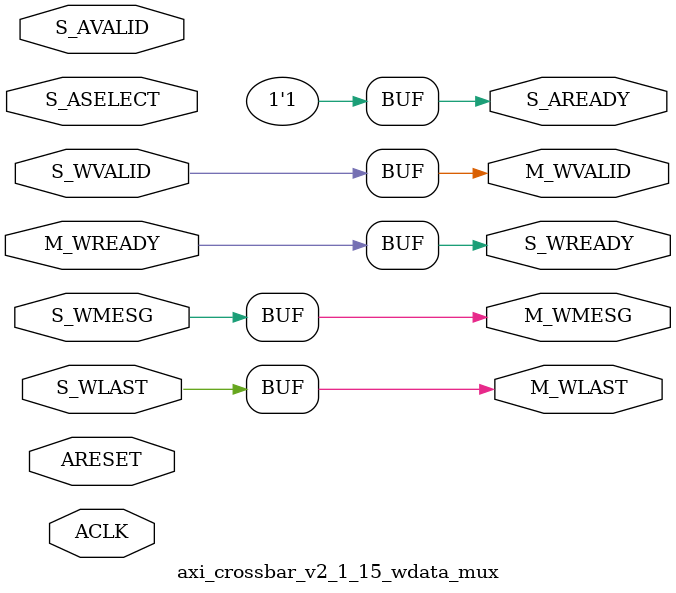
<source format=v>
module axi_crossbar_v2_1_15_wdata_mux #
  (
   parameter         C_FAMILY       = "none", 
   parameter integer C_WMESG_WIDTH            =  1, 
   parameter integer C_NUM_SLAVE_SLOTS     =  1, 
   parameter integer C_SELECT_WIDTH      =  1, 
   parameter integer C_FIFO_DEPTH_LOG     =  0 
   )
  (
   input  wire                                        ACLK,
   input  wire                                        ARESET,
   input  wire [C_NUM_SLAVE_SLOTS*C_WMESG_WIDTH-1:0]     S_WMESG,
   input  wire [C_NUM_SLAVE_SLOTS-1:0]                S_WLAST,
   input  wire [C_NUM_SLAVE_SLOTS-1:0]                S_WVALID,
   output wire [C_NUM_SLAVE_SLOTS-1:0]                S_WREADY,
   output wire [C_WMESG_WIDTH-1:0]                       M_WMESG,
   output wire                                        M_WLAST,
   output wire                                        M_WVALID,
   input  wire                                        M_WREADY,
   input  wire [C_SELECT_WIDTH-1:0]                 S_ASELECT,  
   input  wire                                        S_AVALID,
   output wire                                        S_AREADY
   );
  localparam integer P_FIFO_DEPTH_LOG = (C_FIFO_DEPTH_LOG <= 5) ? C_FIFO_DEPTH_LOG : 5;  
  function [C_NUM_SLAVE_SLOTS-1:0] f_decoder (
      input [C_SELECT_WIDTH-1:0] sel
    );
    integer i;
    begin
      for (i=0; i<C_NUM_SLAVE_SLOTS; i=i+1) begin
        f_decoder[i] = (sel == i);
      end
    end
  endfunction
  wire                                          m_valid_i;
  wire                                          m_last_i;
  wire [C_NUM_SLAVE_SLOTS-1:0]             m_select_hot;
  wire [C_SELECT_WIDTH-1:0]                 m_select_enc;
  wire                                          m_avalid;
  wire                                          m_aready;
  generate
    if (C_NUM_SLAVE_SLOTS>1) begin : gen_wmux
      axi_data_fifo_v2_1_13_axic_reg_srl_fifo #
        (
         .C_FAMILY          (C_FAMILY),
         .C_FIFO_WIDTH      (C_SELECT_WIDTH),
         .C_FIFO_DEPTH_LOG  (P_FIFO_DEPTH_LOG),
         .C_USE_FULL        (0)
         )
        wmux_aw_fifo
          (
           .ACLK    (ACLK),
           .ARESET  (ARESET),
           .S_MESG  (S_ASELECT),
           .S_VALID (S_AVALID),
           .S_READY (S_AREADY),
           .M_MESG  (m_select_enc),
           .M_VALID (m_avalid),
           .M_READY (m_aready)
           );
      assign m_select_hot = f_decoder(m_select_enc);
      generic_baseblocks_v2_1_0_mux_enc # 
        (
         .C_FAMILY      ("rtl"),
         .C_RATIO       (C_NUM_SLAVE_SLOTS),
         .C_SEL_WIDTH   (C_SELECT_WIDTH),
         .C_DATA_WIDTH  (C_WMESG_WIDTH)
        ) mux_w 
        (
         .S   (m_select_enc),
         .A   (S_WMESG),
         .O   (M_WMESG),
         .OE  (1'b1)
        ); 
      assign m_last_i  = |(S_WLAST & m_select_hot);
      assign m_valid_i = |(S_WVALID & m_select_hot);
      assign m_aready = m_valid_i & m_avalid & m_last_i & M_WREADY;
      assign M_WLAST = m_last_i;
      assign M_WVALID = m_valid_i & m_avalid;
      assign S_WREADY = m_select_hot & {C_NUM_SLAVE_SLOTS{m_avalid & M_WREADY}};
    end else begin : gen_no_wmux
      assign S_AREADY = 1'b1;
      assign M_WVALID = S_WVALID;
      assign S_WREADY = M_WREADY;
      assign M_WLAST = S_WLAST;
      assign M_WMESG = S_WMESG;
    end
  endgenerate
endmodule
</source>
